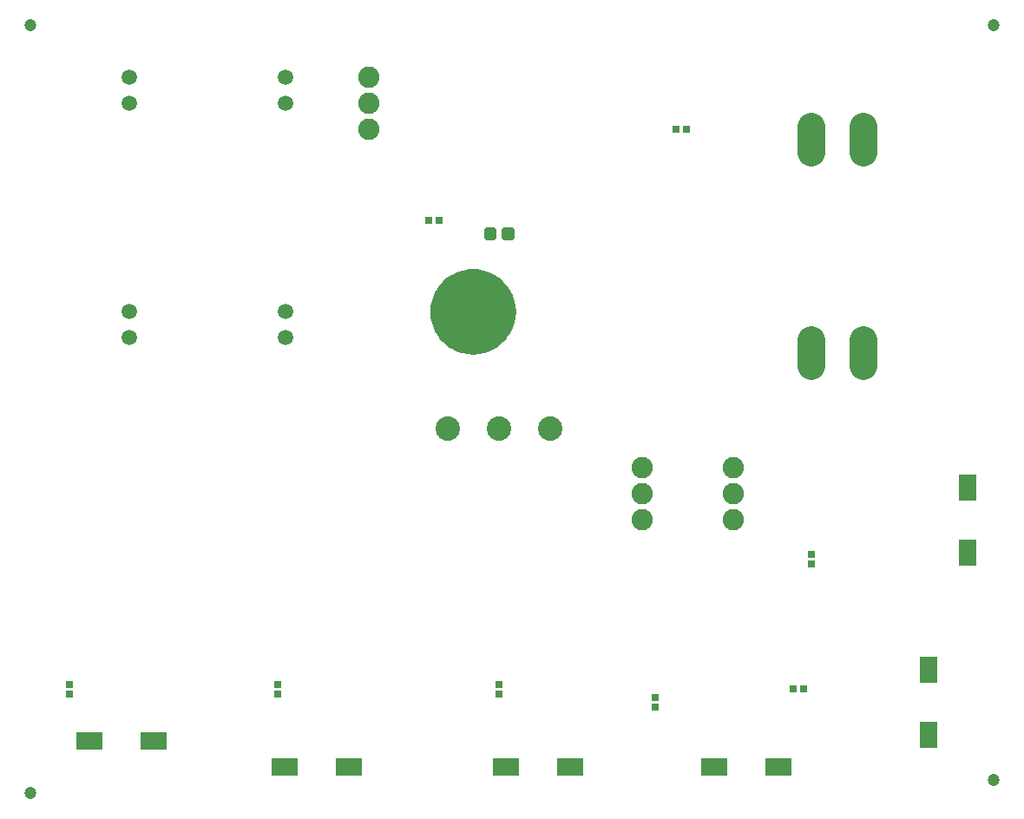
<source format=gbr>
G04 EAGLE Gerber RS-274X export*
G75*
%MOMM*%
%FSLAX34Y34*%
%LPD*%
%INSoldermask Top*%
%IPPOS*%
%AMOC8*
5,1,8,0,0,1.08239X$1,22.5*%
G01*
%ADD10C,1.203200*%
%ADD11C,0.505344*%
%ADD12C,2.743200*%
%ADD13C,1.511200*%
%ADD14C,4.775200*%
%ADD15C,2.082800*%
%ADD16R,0.803200X0.803200*%
%ADD17C,2.387600*%
%ADD18R,2.503200X1.803200*%
%ADD19R,1.803200X2.503200*%

G36*
X462538Y453864D02*
X462538Y453864D01*
X462612Y453877D01*
X462768Y453894D01*
X467901Y454915D01*
X467973Y454938D01*
X468125Y454975D01*
X473080Y456658D01*
X473149Y456689D01*
X473295Y456747D01*
X477988Y459061D01*
X478052Y459101D01*
X478190Y459177D01*
X482541Y462085D01*
X482599Y462133D01*
X482725Y462226D01*
X486659Y465676D01*
X486710Y465732D01*
X486824Y465841D01*
X487456Y466561D01*
X487456Y466562D01*
X489014Y468339D01*
X489015Y468339D01*
X490274Y469775D01*
X490317Y469836D01*
X490416Y469959D01*
X493323Y474310D01*
X493358Y474377D01*
X493439Y474512D01*
X495754Y479205D01*
X495779Y479276D01*
X495842Y479420D01*
X497525Y484375D01*
X497541Y484448D01*
X497585Y484599D01*
X498606Y489732D01*
X498613Y489807D01*
X498636Y489962D01*
X498978Y495184D01*
X498975Y495259D01*
X498978Y495416D01*
X498636Y500638D01*
X498623Y500712D01*
X498606Y500868D01*
X497585Y506001D01*
X497563Y506073D01*
X497525Y506225D01*
X495843Y511181D01*
X495811Y511249D01*
X495754Y511395D01*
X493440Y516089D01*
X493399Y516152D01*
X493323Y516290D01*
X490416Y520641D01*
X490368Y520699D01*
X490275Y520826D01*
X486824Y524760D01*
X486769Y524811D01*
X486660Y524924D01*
X482726Y528375D01*
X482664Y528418D01*
X482541Y528516D01*
X478190Y531423D01*
X478124Y531458D01*
X477989Y531540D01*
X473295Y533854D01*
X473225Y533880D01*
X473081Y533943D01*
X468125Y535625D01*
X468052Y535642D01*
X467901Y535685D01*
X462768Y536706D01*
X462693Y536713D01*
X462538Y536736D01*
X457316Y537078D01*
X457241Y537075D01*
X457084Y537078D01*
X451862Y536736D01*
X451788Y536723D01*
X451632Y536706D01*
X446499Y535685D01*
X446428Y535663D01*
X446275Y535625D01*
X441319Y533943D01*
X441251Y533911D01*
X441105Y533854D01*
X436411Y531540D01*
X436348Y531499D01*
X436210Y531423D01*
X431859Y528516D01*
X431801Y528468D01*
X431674Y528375D01*
X427740Y524924D01*
X427689Y524869D01*
X427576Y524760D01*
X424125Y520826D01*
X424082Y520764D01*
X423984Y520641D01*
X421077Y516290D01*
X421042Y516224D01*
X420960Y516089D01*
X418646Y511395D01*
X418620Y511325D01*
X418557Y511181D01*
X416875Y506225D01*
X416858Y506152D01*
X416815Y506001D01*
X415794Y500868D01*
X415787Y500793D01*
X415764Y500638D01*
X415422Y495416D01*
X415425Y495341D01*
X415422Y495184D01*
X415764Y489962D01*
X415777Y489888D01*
X415794Y489732D01*
X416815Y484599D01*
X416838Y484527D01*
X416875Y484375D01*
X418558Y479420D01*
X418589Y479351D01*
X418647Y479205D01*
X420961Y474512D01*
X421001Y474448D01*
X421077Y474310D01*
X423985Y469959D01*
X424033Y469901D01*
X424126Y469775D01*
X427576Y465841D01*
X427632Y465790D01*
X427741Y465676D01*
X431675Y462226D01*
X431736Y462183D01*
X431859Y462085D01*
X436210Y459177D01*
X436277Y459142D01*
X436412Y459061D01*
X441105Y456747D01*
X441176Y456721D01*
X441320Y456658D01*
X446275Y454975D01*
X446348Y454959D01*
X446499Y454915D01*
X451632Y453894D01*
X451707Y453888D01*
X451862Y453864D01*
X457084Y453522D01*
X457159Y453525D01*
X457316Y453522D01*
X462538Y453864D01*
G37*
D10*
X25400Y774700D03*
X965200Y774700D03*
X965200Y38100D03*
X25400Y25400D03*
D11*
X487880Y568010D02*
X487880Y574990D01*
X494860Y574990D01*
X494860Y568010D01*
X487880Y568010D01*
X487880Y572810D02*
X494860Y572810D01*
X470340Y574990D02*
X470340Y568010D01*
X470340Y574990D02*
X477320Y574990D01*
X477320Y568010D01*
X470340Y568010D01*
X470340Y572810D02*
X477320Y572810D01*
D12*
X838200Y650240D02*
X838200Y675640D01*
X787400Y675640D02*
X787400Y650240D01*
X787400Y467360D02*
X787400Y441960D01*
X838200Y441960D02*
X838200Y467360D01*
D13*
X122000Y469900D03*
X122000Y495300D03*
X274400Y469900D03*
X274400Y495300D03*
X122000Y698500D03*
X122000Y723900D03*
X274400Y698500D03*
X274400Y723900D03*
D14*
X457200Y495300D03*
D15*
X711200Y292100D03*
X711200Y317500D03*
X711200Y342900D03*
X622300Y292100D03*
X622300Y317500D03*
X622300Y342900D03*
D16*
X63500Y132000D03*
X63500Y122000D03*
X655400Y673100D03*
X665400Y673100D03*
X266700Y132000D03*
X266700Y122000D03*
X482600Y132000D03*
X482600Y122000D03*
X635000Y119300D03*
X635000Y109300D03*
X779700Y127000D03*
X769700Y127000D03*
X787400Y249000D03*
X787400Y259000D03*
D17*
X432600Y381000D03*
X482600Y381000D03*
X532600Y381000D03*
D16*
X414100Y584200D03*
X424100Y584200D03*
D18*
X82800Y76200D03*
X145800Y76200D03*
X273300Y50800D03*
X336300Y50800D03*
X489200Y50800D03*
X552200Y50800D03*
X692400Y50800D03*
X755400Y50800D03*
D19*
X901700Y82800D03*
X901700Y145800D03*
X939800Y260600D03*
X939800Y323600D03*
D15*
X355600Y723900D03*
X355600Y698500D03*
X355600Y673100D03*
M02*

</source>
